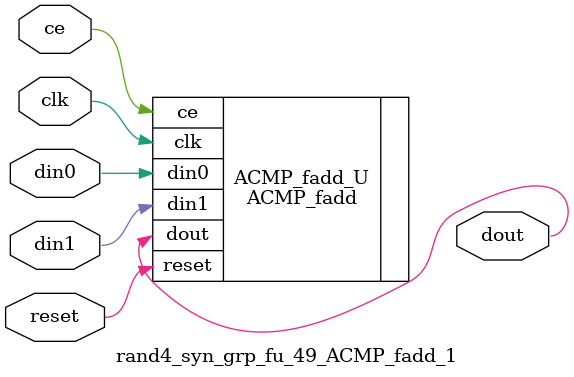
<source format=v>

`timescale 1 ns / 1 ps
module rand4_syn_grp_fu_49_ACMP_fadd_1(
    clk,
    reset,
    ce,
    din0,
    din1,
    dout);

parameter ID = 32'd1;
parameter NUM_STAGE = 32'd1;
parameter din0_WIDTH = 32'd1;
parameter din1_WIDTH = 32'd1;
parameter dout_WIDTH = 32'd1;
input clk;
input reset;
input ce;
input[din0_WIDTH - 1:0] din0;
input[din1_WIDTH - 1:0] din1;
output[dout_WIDTH - 1:0] dout;



ACMP_fadd #(
.ID( ID ),
.NUM_STAGE( 5 ),
.din0_WIDTH( din0_WIDTH ),
.din1_WIDTH( din1_WIDTH ),
.dout_WIDTH( dout_WIDTH ))
ACMP_fadd_U(
    .clk( clk ),
    .reset( reset ),
    .ce( ce ),
    .din0( din0 ),
    .din1( din1 ),
    .dout( dout ));

endmodule

</source>
